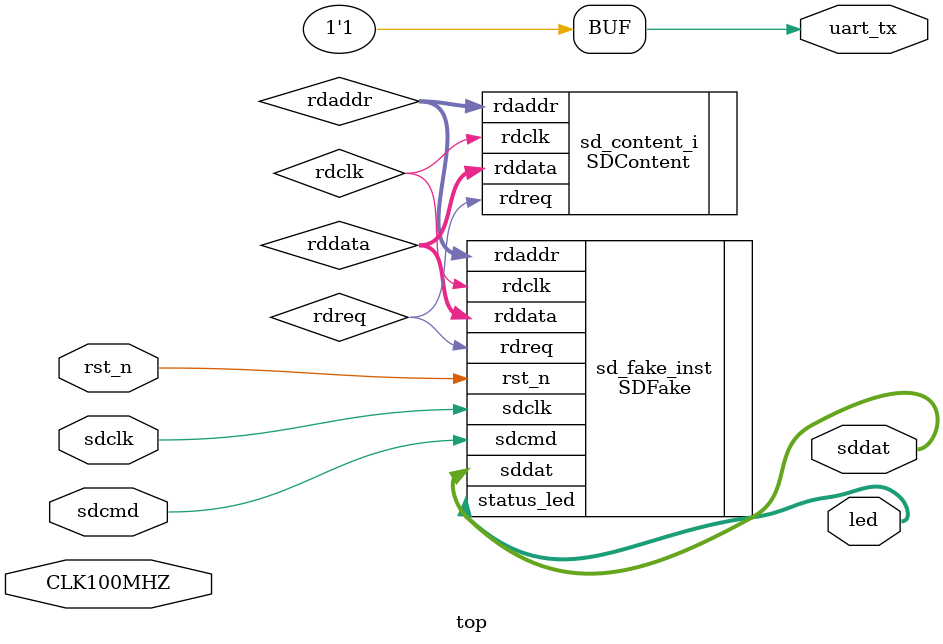
<source format=sv>

module top (
    // active-low, to reset the fake SD-card 
    // on Arty7, it is the red reset button
    input  logic        rst_n,
    
    // these are Fake SD-card signals, connect them to a SD-host, such as a SDcard Reader
    // on Arty7, it is on PMOD JD
    input               sdclk,
    inout               sdcmd,
    output logic [3:0]  sddat,
    
    // clk 50MHz for UART driver (Optional)
    input  logic        CLK100MHZ,
    
    // uart interface, print debug information (Optional)
    output logic        uart_tx,

    // display SD card status on LED
    output logic [7:0]  led
);


logic        rdclk;
logic        rdreq;
logic [39:0] rdaddr;
logic [15:0] rddata;

`ifdef DEBUG_INFO
logic        dbg_clk;
logic        dbg_wen;
logic [39:0] dbg_wdata;
`endif

// ---------------------------------------------------------------------------------------------
//    Fake SDcard Controller
// ---------------------------------------------------------------------------------------------
SDFake sd_fake_inst(
    .rst_n       ( rst_n      ),
    
    .sdclk       ( sdclk      ),
    .sdcmd       ( sdcmd      ),
    .sddat       ( sddat      ),
    
    .rdclk       ( rdclk      ),
    .rdreq       ( rdreq      ),
    .rdaddr      ( rdaddr     ),
    .rddata      ( rddata     ),
    
`ifdef DEBUG_INFO
    .dbg_clk     ( dbg_clk    ),
    .dbg_wen     ( dbg_wen    ),
    .dbg_wdata   ( dbg_wdata  ),
`endif

    .status_led  ( led        )  // show Fake SDcard status on LED
);


// ---------------------------------------------------------------------------------------------
//     A rom implemented by FPGA BRAM which provide a simple FAT32 SDcard content
// ---------------------------------------------------------------------------------------------
SDContent sd_content_i(
    .rdclk       ( rdclk      ),
    .rdreq       ( rdreq      ),
    .rdaddr      ( rdaddr     ),
    .rddata      ( rddata     )
);


`ifdef DEBUG_INFO
    // ---------------------------------------------------------------------------------------------
    //    send debug info to UART (Optional)
    // ---------------------------------------------------------------------------------------------
    uarttx_saxis_async #(
        .UART_CLK_DIV ( 868        ), // 100MHz / 868 = 115200Hz
        .DATA_WIDTH   ( 40         ),
        .FIFO_ASIZE   ( 9          )
    ) uarttx_saxis_async_i (
        .rst_n        ( rst_n      ),
        
        .aclk         ( dbg_clk    ),
        .tvalid       ( dbg_wen    ),
        .tready       (            ),
        .tdata        ( dbg_wdata  ),
        
        .uart_clk     ( CLK100MHZ  ),
        .uart_tx      ( uart_tx    )
    );
`else
    assign uart_tx = 1'b1;
`endif

endmodule

</source>
